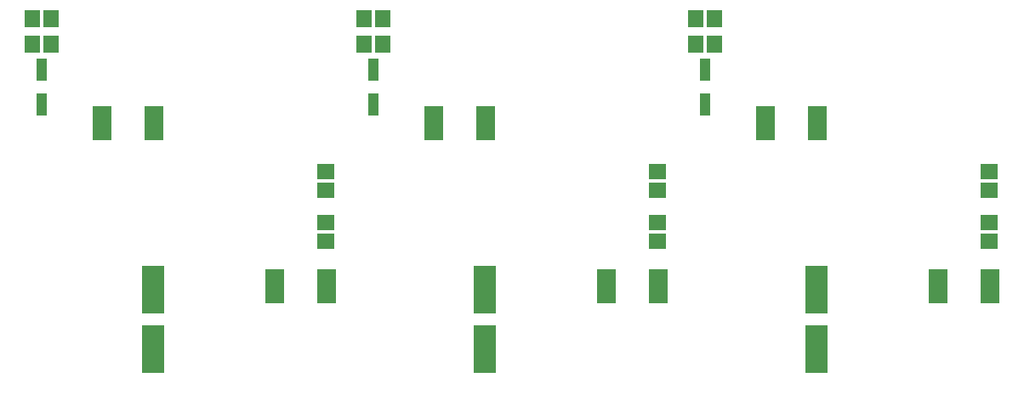
<source format=gbr>
%FSLAX34Y34*%
%MOMM*%
%LNSMDMASK_TOP*%
G71*
G01*
%ADD10R, 1.98X3.35*%
%ADD11R, 1.50X1.80*%
%ADD12R, 1.00X2.20*%
%ADD13R, 2.20X4.20*%
%ADD14R, 2.20X4.70*%
%ADD15R, 1.80X1.50*%
%LPD*%
X140891Y866775D02*
G54D10*
D03*
X88900Y866775D02*
G54D10*
D03*
X19050Y946150D02*
G54D11*
D03*
X38050Y946150D02*
G54D11*
D03*
X19050Y971550D02*
G54D11*
D03*
X38050Y971550D02*
G54D11*
D03*
X28575Y885825D02*
G54D12*
D03*
X28575Y920155D02*
G54D12*
D03*
X139700Y698500D02*
G54D13*
D03*
X139700Y644525D02*
G54D13*
D03*
X139700Y700881D02*
G54D14*
D03*
G36*
X128700Y665247D02*
X150700Y665247D01*
X150700Y618247D01*
X128700Y618247D01*
X128700Y665247D01*
G37*
X260350Y704850D02*
G54D10*
D03*
X312341Y704850D02*
G54D10*
D03*
X139700Y700880D02*
G54D14*
D03*
X28580Y920150D02*
G54D12*
D03*
X38050Y971550D02*
G54D11*
D03*
X311150Y819150D02*
G54D15*
D03*
X311150Y800150D02*
G54D15*
D03*
X311150Y768350D02*
G54D15*
D03*
X311150Y749350D02*
G54D15*
D03*
X311150Y819150D02*
G54D15*
D03*
X471091Y866775D02*
G54D10*
D03*
X419100Y866775D02*
G54D10*
D03*
X349250Y946150D02*
G54D11*
D03*
X368250Y946150D02*
G54D11*
D03*
X349250Y971550D02*
G54D11*
D03*
X368250Y971550D02*
G54D11*
D03*
X358775Y885825D02*
G54D12*
D03*
X358775Y920155D02*
G54D12*
D03*
X469900Y698500D02*
G54D13*
D03*
X469900Y644525D02*
G54D13*
D03*
X469900Y700881D02*
G54D14*
D03*
G36*
X458900Y665247D02*
X480900Y665247D01*
X480900Y618247D01*
X458900Y618247D01*
X458900Y665247D01*
G37*
X590550Y704850D02*
G54D10*
D03*
X642541Y704850D02*
G54D10*
D03*
X469900Y700880D02*
G54D14*
D03*
X358780Y920150D02*
G54D12*
D03*
X368250Y971550D02*
G54D11*
D03*
X641350Y819150D02*
G54D15*
D03*
X641350Y800150D02*
G54D15*
D03*
X641350Y768350D02*
G54D15*
D03*
X641350Y749350D02*
G54D15*
D03*
X641350Y819150D02*
G54D15*
D03*
X801291Y866775D02*
G54D10*
D03*
X749300Y866775D02*
G54D10*
D03*
X679450Y946150D02*
G54D11*
D03*
X698450Y946150D02*
G54D11*
D03*
X679450Y971550D02*
G54D11*
D03*
X698450Y971550D02*
G54D11*
D03*
X688975Y885825D02*
G54D12*
D03*
X688975Y920155D02*
G54D12*
D03*
X800100Y698500D02*
G54D13*
D03*
X800100Y644525D02*
G54D13*
D03*
X800100Y700881D02*
G54D14*
D03*
G36*
X789100Y665247D02*
X811100Y665247D01*
X811100Y618247D01*
X789100Y618247D01*
X789100Y665247D01*
G37*
X920750Y704850D02*
G54D10*
D03*
X972741Y704850D02*
G54D10*
D03*
X800100Y700880D02*
G54D14*
D03*
X688980Y920150D02*
G54D12*
D03*
X698450Y971550D02*
G54D11*
D03*
X971550Y819150D02*
G54D15*
D03*
X971550Y800150D02*
G54D15*
D03*
X971550Y768350D02*
G54D15*
D03*
X971550Y749350D02*
G54D15*
D03*
X971550Y819150D02*
G54D15*
D03*
M02*

</source>
